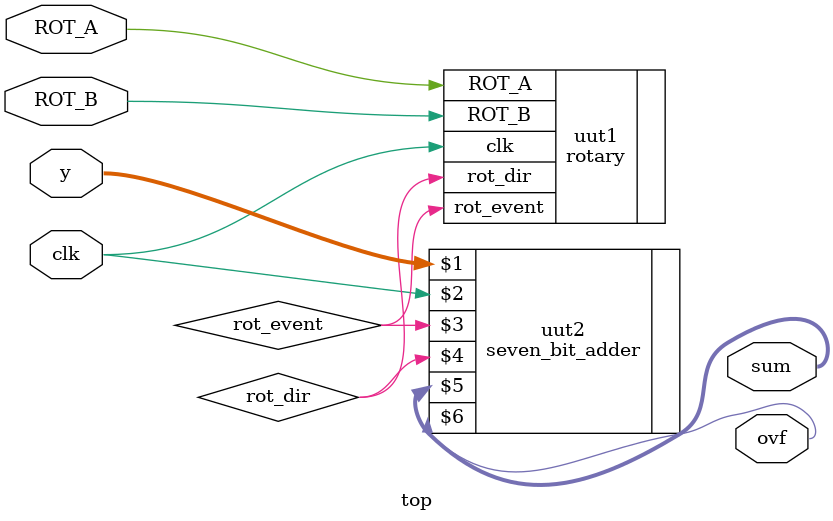
<source format=v>
`timescale 1ns / 1ps
module top(clk,ROT_A,ROT_B,y,sum,ovf);
input clk,ROT_A,ROT_B;
input [3:0]y;
wire rot_dir,rot_event;
output wire [6:0]sum;
output wire ovf;

rotary uut1(.clk(clk),
				.ROT_A(ROT_A),
				.ROT_B(ROT_B),
				.rot_event(rot_event),
				.rot_dir(rot_dir)
);

seven_bit_adder uut2(y,clk,rot_event,rot_dir,sum,ovf);

	
				
					

endmodule

</source>
